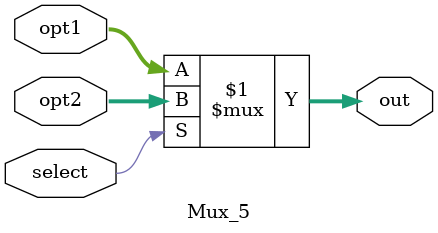
<source format=v>
module Mux_5(opt1, opt2, out, select);

input wire select;
input wire [4:0] opt1, opt2;
output wire [4:0] out;

assign out = select ? opt2 : opt1;

endmodule

</source>
